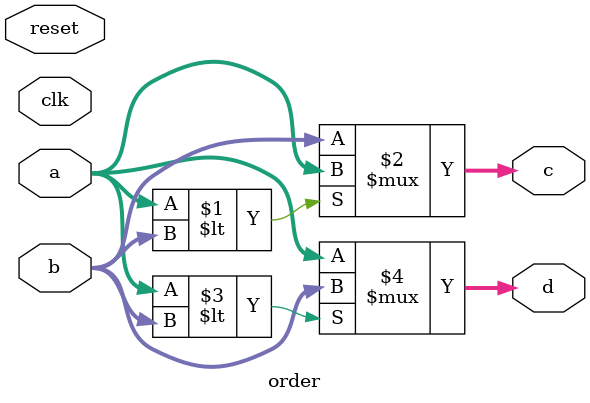
<source format=v>
`timescale 1ns / 1ps


module order(
    input wire[2:0] a,
    input wire[2:0] b,
    input wire clk,
    input wire reset,
    output wire[2:0] c,
    output wire[2:0] d
    );
    assign c = (a < b) ? a : b;
    assign d = (a < b) ? b : a;
endmodule

</source>
